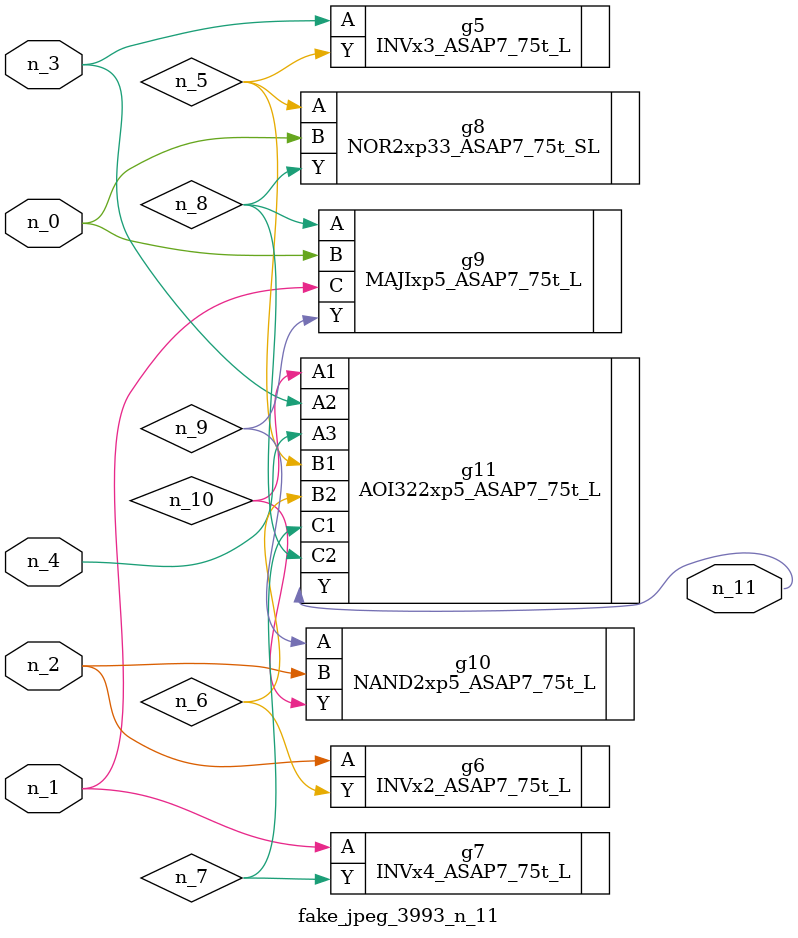
<source format=v>
module fake_jpeg_3993_n_11 (n_3, n_2, n_1, n_0, n_4, n_11);

input n_3;
input n_2;
input n_1;
input n_0;
input n_4;

output n_11;

wire n_10;
wire n_8;
wire n_9;
wire n_6;
wire n_5;
wire n_7;

INVx3_ASAP7_75t_L g5 ( 
.A(n_3),
.Y(n_5)
);

INVx2_ASAP7_75t_L g6 ( 
.A(n_2),
.Y(n_6)
);

INVx4_ASAP7_75t_L g7 ( 
.A(n_1),
.Y(n_7)
);

NOR2xp33_ASAP7_75t_SL g8 ( 
.A(n_5),
.B(n_0),
.Y(n_8)
);

MAJIxp5_ASAP7_75t_L g9 ( 
.A(n_8),
.B(n_0),
.C(n_1),
.Y(n_9)
);

NAND2xp5_ASAP7_75t_L g10 ( 
.A(n_9),
.B(n_2),
.Y(n_10)
);

AOI322xp5_ASAP7_75t_L g11 ( 
.A1(n_10),
.A2(n_3),
.A3(n_4),
.B1(n_5),
.B2(n_6),
.C1(n_7),
.C2(n_8),
.Y(n_11)
);


endmodule
</source>
